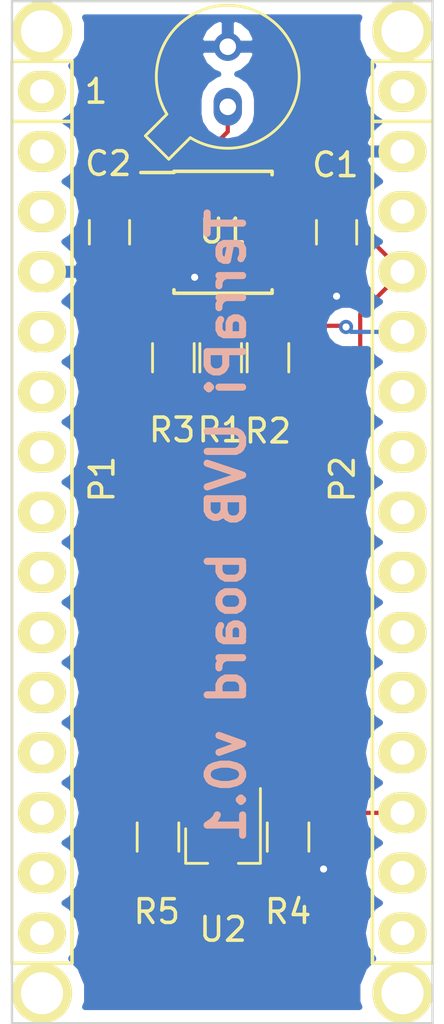
<source format=kicad_pcb>
(kicad_pcb (version 20171130) (host pcbnew 5.0.0-rc2-dev-unknown)

  (general
    (thickness 1.6)
    (drawings 6)
    (tracks 67)
    (zones 0)
    (modules 16)
    (nets 40)
  )

  (page A4)
  (title_block
    (date "jeu. 02 avril 2015")
  )

  (layers
    (0 F.Cu signal)
    (31 B.Cu signal)
    (32 B.Adhes user)
    (33 F.Adhes user)
    (34 B.Paste user)
    (35 F.Paste user)
    (36 B.SilkS user)
    (37 F.SilkS user)
    (38 B.Mask user)
    (39 F.Mask user)
    (40 Dwgs.User user)
    (41 Cmts.User user)
    (42 Eco1.User user)
    (43 Eco2.User user)
    (44 Edge.Cuts user)
    (45 Margin user)
    (46 B.CrtYd user)
    (47 F.CrtYd user)
    (48 B.Fab user)
    (49 F.Fab user)
  )

  (setup
    (last_trace_width 0.1778)
    (trace_clearance 0.127)
    (zone_clearance 0.508)
    (zone_45_only no)
    (trace_min 0.127)
    (segment_width 0.15)
    (edge_width 0.1)
    (via_size 0.6)
    (via_drill 0.3)
    (via_min_size 0.6)
    (via_min_drill 0.3)
    (uvia_size 0.6)
    (uvia_drill 0.3)
    (uvias_allowed no)
    (uvia_min_size 0.6)
    (uvia_min_drill 0.3)
    (pcb_text_width 0.3)
    (pcb_text_size 1.5 1.5)
    (mod_edge_width 0.15)
    (mod_text_size 1 1)
    (mod_text_width 0.15)
    (pad_size 1.5 1.5)
    (pad_drill 0.6)
    (pad_to_mask_clearance 0)
    (aux_axis_origin 138.176 110.617)
    (visible_elements FFFFFF7F)
    (pcbplotparams
      (layerselection 0x010f0_80000001)
      (usegerberextensions false)
      (usegerberattributes false)
      (usegerberadvancedattributes false)
      (creategerberjobfile false)
      (excludeedgelayer true)
      (linewidth 0.100000)
      (plotframeref false)
      (viasonmask false)
      (mode 1)
      (useauxorigin false)
      (hpglpennumber 1)
      (hpglpenspeed 20)
      (hpglpendiameter 15)
      (psnegative false)
      (psa4output false)
      (plotreference true)
      (plotvalue true)
      (plotinvisibletext false)
      (padsonsilk false)
      (subtractmaskfromsilk false)
      (outputformat 1)
      (mirror false)
      (drillshape 0)
      (scaleselection 1)
      (outputdirectory gerbers/))
  )

  (net 0 "")
  (net 1 "/1(Tx)")
  (net 2 "/0(Rx)")
  (net 3 GND)
  (net 4 /2)
  (net 5 "/3(**)")
  (net 6 /4)
  (net 7 "/5(**)")
  (net 8 "/6(**)")
  (net 9 /7)
  (net 10 /8)
  (net 11 "/9(**)")
  (net 12 "/10(**/SS)")
  (net 13 /Vin)
  (net 14 +5V)
  (net 15 /A7)
  (net 16 /A6)
  (net 17 /A5)
  (net 18 /A4)
  (net 19 /A3)
  (net 20 /A2)
  (net 21 /A1)
  (net 22 /A0)
  (net 23 /AREF)
  (net 24 "/13(SCK)")
  (net 25 "Net-(P3-Pad1)")
  (net 26 "Net-(P4-Pad1)")
  (net 27 "Net-(P5-Pad1)")
  (net 28 "Net-(P6-Pad1)")
  (net 29 +3V3)
  (net 30 "/11(**/MOSI)")
  (net 31 "/12(MISO)")
  (net 32 "Net-(C2-Pad1)")
  (net 33 "Net-(C2-Pad2)")
  (net 34 "Net-(U1-Pad1)")
  (net 35 "Net-(U1-Pad5)")
  (net 36 "Net-(U1-Pad8)")
  (net 37 "Net-(U2-Pad3)")
  (net 38 /Reset1)
  (net 39 /Reset2)

  (net_class Default "This is the default net class."
    (clearance 0.127)
    (trace_width 0.1778)
    (via_dia 0.6)
    (via_drill 0.3)
    (uvia_dia 0.6)
    (uvia_drill 0.3)
    (add_net +3V3)
    (add_net +5V)
    (add_net "/0(Rx)")
    (add_net "/1(Tx)")
    (add_net "/10(**/SS)")
    (add_net "/11(**/MOSI)")
    (add_net "/12(MISO)")
    (add_net "/13(SCK)")
    (add_net /2)
    (add_net "/3(**)")
    (add_net /4)
    (add_net "/5(**)")
    (add_net "/6(**)")
    (add_net /7)
    (add_net /8)
    (add_net "/9(**)")
    (add_net /A0)
    (add_net /A1)
    (add_net /A2)
    (add_net /A3)
    (add_net /A4)
    (add_net /A5)
    (add_net /A6)
    (add_net /A7)
    (add_net /AREF)
    (add_net /Reset1)
    (add_net /Reset2)
    (add_net /Vin)
    (add_net GND)
    (add_net "Net-(C2-Pad1)")
    (add_net "Net-(C2-Pad2)")
    (add_net "Net-(P3-Pad1)")
    (add_net "Net-(P4-Pad1)")
    (add_net "Net-(P5-Pad1)")
    (add_net "Net-(P6-Pad1)")
    (add_net "Net-(U1-Pad1)")
    (add_net "Net-(U1-Pad5)")
    (add_net "Net-(U1-Pad8)")
    (add_net "Net-(U2-Pad3)")
  )

  (module Socket_Arduino_Nano:Socket_Strip_Arduino_1x15 locked (layer F.Cu) (tedit 552169C6) (tstamp 551FC9D0)
    (at 139.446 71.247 270)
    (descr "Through hole socket strip")
    (tags "socket strip")
    (path /56D73FAC)
    (fp_text reference P1 (at 16.383 -2.54 270) (layer F.SilkS)
      (effects (font (size 1 1) (thickness 0.15)))
    )
    (fp_text value Digital (at 20.193 -2.54 270) (layer F.Fab)
      (effects (font (size 1 1) (thickness 0.15)))
    )
    (fp_line (start 1.27 -1.27) (end -1.27 -1.27) (layer F.SilkS) (width 0.15))
    (fp_line (start -1.27 -1.27) (end -1.27 1.27) (layer F.SilkS) (width 0.15))
    (fp_line (start -1.27 1.27) (end 1.27 1.27) (layer F.SilkS) (width 0.15))
    (fp_line (start -1.75 -1.75) (end -1.75 1.75) (layer F.CrtYd) (width 0.05))
    (fp_line (start 37.35 -1.75) (end 37.35 1.75) (layer F.CrtYd) (width 0.05))
    (fp_line (start -1.75 -1.75) (end 37.35 -1.75) (layer F.CrtYd) (width 0.05))
    (fp_line (start -1.75 1.75) (end 37.35 1.75) (layer F.CrtYd) (width 0.05))
    (fp_line (start 1.27 -1.27) (end 36.83 -1.27) (layer F.SilkS) (width 0.15))
    (fp_line (start 36.83 -1.27) (end 36.83 1.27) (layer F.SilkS) (width 0.15))
    (fp_line (start 36.83 1.27) (end 1.27 1.27) (layer F.SilkS) (width 0.15))
    (fp_line (start 1.27 1.27) (end 1.27 -1.27) (layer F.SilkS) (width 0.15))
    (pad 1 thru_hole oval (at 0 0 270) (size 1.7272 2.032) (drill 1.016) (layers *.Cu *.Mask F.SilkS)
      (net 1 "/1(Tx)"))
    (pad 2 thru_hole oval (at 2.54 0 270) (size 1.7272 2.032) (drill 1.016) (layers *.Cu *.Mask F.SilkS)
      (net 2 "/0(Rx)"))
    (pad 3 thru_hole oval (at 5.08 0 270) (size 1.7272 2.032) (drill 1.016) (layers *.Cu *.Mask F.SilkS)
      (net 38 /Reset1))
    (pad 4 thru_hole oval (at 7.62 0 270) (size 1.7272 2.032) (drill 1.016) (layers *.Cu *.Mask F.SilkS)
      (net 3 GND))
    (pad 5 thru_hole oval (at 10.16 0 270) (size 1.7272 2.032) (drill 1.016) (layers *.Cu *.Mask F.SilkS)
      (net 4 /2))
    (pad 6 thru_hole oval (at 12.7 0 270) (size 1.7272 2.032) (drill 1.016) (layers *.Cu *.Mask F.SilkS)
      (net 5 "/3(**)"))
    (pad 7 thru_hole oval (at 15.24 0 270) (size 1.7272 2.032) (drill 1.016) (layers *.Cu *.Mask F.SilkS)
      (net 6 /4))
    (pad 8 thru_hole oval (at 17.78 0 270) (size 1.7272 2.032) (drill 1.016) (layers *.Cu *.Mask F.SilkS)
      (net 7 "/5(**)"))
    (pad 9 thru_hole oval (at 20.32 0 270) (size 1.7272 2.032) (drill 1.016) (layers *.Cu *.Mask F.SilkS)
      (net 8 "/6(**)"))
    (pad 10 thru_hole oval (at 22.86 0 270) (size 1.7272 2.032) (drill 1.016) (layers *.Cu *.Mask F.SilkS)
      (net 9 /7))
    (pad 11 thru_hole oval (at 25.4 0 270) (size 1.7272 2.032) (drill 1.016) (layers *.Cu *.Mask F.SilkS)
      (net 10 /8))
    (pad 12 thru_hole oval (at 27.94 0 270) (size 1.7272 2.032) (drill 1.016) (layers *.Cu *.Mask F.SilkS)
      (net 11 "/9(**)"))
    (pad 13 thru_hole oval (at 30.48 0 270) (size 1.7272 2.032) (drill 1.016) (layers *.Cu *.Mask F.SilkS)
      (net 12 "/10(**/SS)"))
    (pad 14 thru_hole oval (at 33.02 0 270) (size 1.7272 2.032) (drill 1.016) (layers *.Cu *.Mask F.SilkS)
      (net 30 "/11(**/MOSI)"))
    (pad 15 thru_hole oval (at 35.56 0 270) (size 1.7272 2.032) (drill 1.016) (layers *.Cu *.Mask F.SilkS)
      (net 31 "/12(MISO)"))
    (model ${KIPRJMOD}/Socket_Arduino_Nano.3dshapes/Socket_header_Arduino_1x15.wrl
      (offset (xyz 17.77999973297119 0 0))
      (scale (xyz 1 1 1))
      (rotate (xyz 0 0 180))
    )
  )

  (module Socket_Arduino_Nano:Socket_Strip_Arduino_1x15 locked (layer F.Cu) (tedit 552169D3) (tstamp 551FC9EE)
    (at 154.686 71.247 270)
    (descr "Through hole socket strip")
    (tags "socket strip")
    (path /56D740C7)
    (fp_text reference P2 (at 16.383 2.54 270) (layer F.SilkS)
      (effects (font (size 1 1) (thickness 0.15)))
    )
    (fp_text value Analog (at 20.193 2.54 270) (layer F.Fab)
      (effects (font (size 1 1) (thickness 0.15)))
    )
    (fp_line (start 1.27 -1.27) (end -1.27 -1.27) (layer F.SilkS) (width 0.15))
    (fp_line (start -1.27 -1.27) (end -1.27 1.27) (layer F.SilkS) (width 0.15))
    (fp_line (start -1.27 1.27) (end 1.27 1.27) (layer F.SilkS) (width 0.15))
    (fp_line (start -1.75 -1.75) (end -1.75 1.75) (layer F.CrtYd) (width 0.05))
    (fp_line (start 37.35 -1.75) (end 37.35 1.75) (layer F.CrtYd) (width 0.05))
    (fp_line (start -1.75 -1.75) (end 37.35 -1.75) (layer F.CrtYd) (width 0.05))
    (fp_line (start -1.75 1.75) (end 37.35 1.75) (layer F.CrtYd) (width 0.05))
    (fp_line (start 1.27 -1.27) (end 36.83 -1.27) (layer F.SilkS) (width 0.15))
    (fp_line (start 36.83 -1.27) (end 36.83 1.27) (layer F.SilkS) (width 0.15))
    (fp_line (start 36.83 1.27) (end 1.27 1.27) (layer F.SilkS) (width 0.15))
    (fp_line (start 1.27 1.27) (end 1.27 -1.27) (layer F.SilkS) (width 0.15))
    (pad 1 thru_hole oval (at 0 0 270) (size 1.7272 2.032) (drill 1.016) (layers *.Cu *.Mask F.SilkS)
      (net 13 /Vin))
    (pad 2 thru_hole oval (at 2.54 0 270) (size 1.7272 2.032) (drill 1.016) (layers *.Cu *.Mask F.SilkS)
      (net 3 GND))
    (pad 3 thru_hole oval (at 5.08 0 270) (size 1.7272 2.032) (drill 1.016) (layers *.Cu *.Mask F.SilkS)
      (net 39 /Reset2))
    (pad 4 thru_hole oval (at 7.62 0 270) (size 1.7272 2.032) (drill 1.016) (layers *.Cu *.Mask F.SilkS)
      (net 14 +5V))
    (pad 5 thru_hole oval (at 10.16 0 270) (size 1.7272 2.032) (drill 1.016) (layers *.Cu *.Mask F.SilkS)
      (net 15 /A7))
    (pad 6 thru_hole oval (at 12.7 0 270) (size 1.7272 2.032) (drill 1.016) (layers *.Cu *.Mask F.SilkS)
      (net 16 /A6))
    (pad 7 thru_hole oval (at 15.24 0 270) (size 1.7272 2.032) (drill 1.016) (layers *.Cu *.Mask F.SilkS)
      (net 17 /A5))
    (pad 8 thru_hole oval (at 17.78 0 270) (size 1.7272 2.032) (drill 1.016) (layers *.Cu *.Mask F.SilkS)
      (net 18 /A4))
    (pad 9 thru_hole oval (at 20.32 0 270) (size 1.7272 2.032) (drill 1.016) (layers *.Cu *.Mask F.SilkS)
      (net 19 /A3))
    (pad 10 thru_hole oval (at 22.86 0 270) (size 1.7272 2.032) (drill 1.016) (layers *.Cu *.Mask F.SilkS)
      (net 20 /A2))
    (pad 11 thru_hole oval (at 25.4 0 270) (size 1.7272 2.032) (drill 1.016) (layers *.Cu *.Mask F.SilkS)
      (net 21 /A1))
    (pad 12 thru_hole oval (at 27.94 0 270) (size 1.7272 2.032) (drill 1.016) (layers *.Cu *.Mask F.SilkS)
      (net 22 /A0))
    (pad 13 thru_hole oval (at 30.48 0 270) (size 1.7272 2.032) (drill 1.016) (layers *.Cu *.Mask F.SilkS)
      (net 23 /AREF))
    (pad 14 thru_hole oval (at 33.02 0 270) (size 1.7272 2.032) (drill 1.016) (layers *.Cu *.Mask F.SilkS)
      (net 29 +3V3))
    (pad 15 thru_hole oval (at 35.56 0 270) (size 1.7272 2.032) (drill 1.016) (layers *.Cu *.Mask F.SilkS)
      (net 24 "/13(SCK)"))
    (model ${KIPRJMOD}/Socket_Arduino_Nano.3dshapes/Socket_header_Arduino_1x15.wrl
      (offset (xyz 17.77999973297119 0 0))
      (scale (xyz 1 1 1))
      (rotate (xyz 0 0 180))
    )
  )

  (module Socket_Arduino_Nano:1pin_Nano locked (layer F.Cu) (tedit 5521156E) (tstamp 55211553)
    (at 139.446 68.707)
    (descr "module 1 pin (ou trou mecanique de percage)")
    (tags DEV)
    (path /56D73ADD)
    (fp_text reference P3 (at 0 -2.032) (layer F.SilkS) hide
      (effects (font (size 1 1) (thickness 0.15)))
    )
    (fp_text value CONN_01X01 (at 0 2.032) (layer F.Fab) hide
      (effects (font (size 1 1) (thickness 0.15)))
    )
    (pad 1 thru_hole circle (at 0 0) (size 2.54 2.54) (drill 1.778) (layers *.Cu *.Mask F.SilkS)
      (net 25 "Net-(P3-Pad1)"))
  )

  (module Socket_Arduino_Nano:1pin_Nano locked (layer F.Cu) (tedit 55211594) (tstamp 55211558)
    (at 139.446 109.347)
    (descr "module 1 pin (ou trou mecanique de percage)")
    (tags DEV)
    (path /56D73D86)
    (fp_text reference P4 (at 0 -2.032) (layer F.SilkS) hide
      (effects (font (size 1 1) (thickness 0.15)))
    )
    (fp_text value CONN_01X01 (at 0 2.032) (layer F.Fab) hide
      (effects (font (size 1 1) (thickness 0.15)))
    )
    (pad 1 thru_hole circle (at 0 0) (size 2.54 2.54) (drill 1.778) (layers *.Cu *.Mask F.SilkS)
      (net 26 "Net-(P4-Pad1)"))
  )

  (module Socket_Arduino_Nano:1pin_Nano locked (layer F.Cu) (tedit 552115A5) (tstamp 5521155D)
    (at 154.686 109.347)
    (descr "module 1 pin (ou trou mecanique de percage)")
    (tags DEV)
    (path /56D73DAE)
    (fp_text reference P5 (at 0 -2.032) (layer F.SilkS) hide
      (effects (font (size 1 1) (thickness 0.15)))
    )
    (fp_text value CONN_01X01 (at 0 2.032) (layer F.Fab) hide
      (effects (font (size 1 1) (thickness 0.15)))
    )
    (pad 1 thru_hole circle (at 0 0) (size 2.54 2.54) (drill 1.778) (layers *.Cu *.Mask F.SilkS)
      (net 27 "Net-(P5-Pad1)"))
  )

  (module Socket_Arduino_Nano:1pin_Nano locked (layer F.Cu) (tedit 552115BD) (tstamp 55211562)
    (at 154.686 68.707)
    (descr "module 1 pin (ou trou mecanique de percage)")
    (tags DEV)
    (path /56D73DD9)
    (fp_text reference P6 (at 0 -2.032) (layer F.SilkS) hide
      (effects (font (size 1 1) (thickness 0.15)))
    )
    (fp_text value CONN_01X01 (at 0 2.032) (layer F.Fab) hide
      (effects (font (size 1 1) (thickness 0.15)))
    )
    (pad 1 thru_hole circle (at 0 0) (size 2.54 2.54) (drill 1.778) (layers *.Cu *.Mask F.SilkS)
      (net 28 "Net-(P6-Pad1)"))
  )

  (module Capacitors_SMD:C_0805_HandSoldering (layer F.Cu) (tedit 5AF9A13C) (tstamp 5AF94ED0)
    (at 151.9 77.2 90)
    (descr "Capacitor SMD 0805, hand soldering")
    (tags "capacitor 0805")
    (path /5AF92F2B)
    (attr smd)
    (fp_text reference C1 (at 2.85 -0.05 180) (layer F.SilkS)
      (effects (font (size 1 1) (thickness 0.15)))
    )
    (fp_text value 0.1uF (at 0 1.75 90) (layer F.Fab)
      (effects (font (size 1 1) (thickness 0.15)))
    )
    (fp_text user %R (at 0 -1.75 90) (layer F.Fab)
      (effects (font (size 1 1) (thickness 0.15)))
    )
    (fp_line (start -1 0.62) (end -1 -0.62) (layer F.Fab) (width 0.1))
    (fp_line (start 1 0.62) (end -1 0.62) (layer F.Fab) (width 0.1))
    (fp_line (start 1 -0.62) (end 1 0.62) (layer F.Fab) (width 0.1))
    (fp_line (start -1 -0.62) (end 1 -0.62) (layer F.Fab) (width 0.1))
    (fp_line (start 0.5 -0.85) (end -0.5 -0.85) (layer F.SilkS) (width 0.12))
    (fp_line (start -0.5 0.85) (end 0.5 0.85) (layer F.SilkS) (width 0.12))
    (fp_line (start -2.25 -0.88) (end 2.25 -0.88) (layer F.CrtYd) (width 0.05))
    (fp_line (start -2.25 -0.88) (end -2.25 0.87) (layer F.CrtYd) (width 0.05))
    (fp_line (start 2.25 0.87) (end 2.25 -0.88) (layer F.CrtYd) (width 0.05))
    (fp_line (start 2.25 0.87) (end -2.25 0.87) (layer F.CrtYd) (width 0.05))
    (pad 1 smd rect (at -1.25 0 90) (size 1.5 1.25) (layers F.Cu F.Paste F.Mask)
      (net 3 GND))
    (pad 2 smd rect (at 1.25 0 90) (size 1.5 1.25) (layers F.Cu F.Paste F.Mask)
      (net 14 +5V))
    (model Capacitors_SMD.3dshapes/C_0805.wrl
      (at (xyz 0 0 0))
      (scale (xyz 1 1 1))
      (rotate (xyz 0 0 0))
    )
  )

  (module Capacitors_SMD:C_0805_HandSoldering (layer F.Cu) (tedit 5AF9A129) (tstamp 5AF94ED6)
    (at 142.3 77.2 90)
    (descr "Capacitor SMD 0805, hand soldering")
    (tags "capacitor 0805")
    (path /5AF92F6E)
    (attr smd)
    (fp_text reference C2 (at 2.9 -0.05 180) (layer F.SilkS)
      (effects (font (size 1 1) (thickness 0.15)))
    )
    (fp_text value 10nF (at 0 1.75 90) (layer F.Fab)
      (effects (font (size 1 1) (thickness 0.15)))
    )
    (fp_text user %R (at 0 -1.75 90) (layer F.Fab)
      (effects (font (size 1 1) (thickness 0.15)))
    )
    (fp_line (start -1 0.62) (end -1 -0.62) (layer F.Fab) (width 0.1))
    (fp_line (start 1 0.62) (end -1 0.62) (layer F.Fab) (width 0.1))
    (fp_line (start 1 -0.62) (end 1 0.62) (layer F.Fab) (width 0.1))
    (fp_line (start -1 -0.62) (end 1 -0.62) (layer F.Fab) (width 0.1))
    (fp_line (start 0.5 -0.85) (end -0.5 -0.85) (layer F.SilkS) (width 0.12))
    (fp_line (start -0.5 0.85) (end 0.5 0.85) (layer F.SilkS) (width 0.12))
    (fp_line (start -2.25 -0.88) (end 2.25 -0.88) (layer F.CrtYd) (width 0.05))
    (fp_line (start -2.25 -0.88) (end -2.25 0.87) (layer F.CrtYd) (width 0.05))
    (fp_line (start 2.25 0.87) (end 2.25 -0.88) (layer F.CrtYd) (width 0.05))
    (fp_line (start 2.25 0.87) (end -2.25 0.87) (layer F.CrtYd) (width 0.05))
    (pad 1 smd rect (at -1.25 0 90) (size 1.5 1.25) (layers F.Cu F.Paste F.Mask)
      (net 32 "Net-(C2-Pad1)"))
    (pad 2 smd rect (at 1.25 0 90) (size 1.5 1.25) (layers F.Cu F.Paste F.Mask)
      (net 33 "Net-(C2-Pad2)"))
    (model Capacitors_SMD.3dshapes/C_0805.wrl
      (at (xyz 0 0 0))
      (scale (xyz 1 1 1))
      (rotate (xyz 0 0 0))
    )
  )

  (module TO_SOT_Packages_THT:TO-46-2_Window (layer F.Cu) (tedit 5AFBB04D) (tstamp 5AF94EDC)
    (at 147.3 71.9 90)
    (descr "TO-46-2_Window, Window")
    (tags "TO-46-2_Window Window")
    (path /5AF93C9A)
    (fp_text reference D1 (at 1.27 -4.02 90) (layer F.SilkS) hide
      (effects (font (size 1 1) (thickness 0.15)))
    )
    (fp_text value D_Photo (at 1.27 4.02 90) (layer F.Fab)
      (effects (font (size 1 1) (thickness 0.15)))
    )
    (fp_text user %R (at 1.27 -4.02 90) (layer F.Fab)
      (effects (font (size 1 1) (thickness 0.15)))
    )
    (fp_line (start -0.329057 -2.419301) (end -1.156372 -3.246616) (layer F.Fab) (width 0.1))
    (fp_line (start -1.156372 -3.246616) (end -1.976616 -2.426372) (layer F.Fab) (width 0.1))
    (fp_line (start -1.976616 -2.426372) (end -1.149301 -1.599057) (layer F.Fab) (width 0.1))
    (fp_line (start 1.553 -1.98) (end 3.25 -0.283) (layer F.Fab) (width 0.1))
    (fp_line (start 0.987 -1.98) (end 3.25 0.283) (layer F.Fab) (width 0.1))
    (fp_line (start 0.539 -1.862) (end 3.132 0.731) (layer F.Fab) (width 0.1))
    (fp_line (start 0.167 -1.669) (end 2.939 1.103) (layer F.Fab) (width 0.1))
    (fp_line (start -0.145 -1.415) (end 2.685 1.415) (layer F.Fab) (width 0.1))
    (fp_line (start -0.399 -1.103) (end 2.373 1.669) (layer F.Fab) (width 0.1))
    (fp_line (start -0.592 -0.731) (end 2.001 1.862) (layer F.Fab) (width 0.1))
    (fp_line (start -0.71 -0.283) (end 1.553 1.98) (layer F.Fab) (width 0.1))
    (fp_line (start -0.71 0.283) (end 0.987 1.98) (layer F.Fab) (width 0.1))
    (fp_line (start -0.312331 -2.572281) (end -1.224499 -3.484448) (layer F.SilkS) (width 0.12))
    (fp_line (start -1.224499 -3.484448) (end -2.214448 -2.494499) (layer F.SilkS) (width 0.12))
    (fp_line (start -2.214448 -2.494499) (end -1.302281 -1.582331) (layer F.SilkS) (width 0.12))
    (fp_line (start -2.23 -3.5) (end -2.23 3.15) (layer F.CrtYd) (width 0.05))
    (fp_line (start -2.23 3.15) (end 4.42 3.15) (layer F.CrtYd) (width 0.05))
    (fp_line (start 4.42 3.15) (end 4.42 -3.5) (layer F.CrtYd) (width 0.05))
    (fp_line (start 4.42 -3.5) (end -2.23 -3.5) (layer F.CrtYd) (width 0.05))
    (fp_circle (center 1.27 0) (end 3.67 0) (layer F.Fab) (width 0.1))
    (fp_circle (center 1.27 0) (end 3.27 0) (layer F.Fab) (width 0.1))
    (fp_arc (start 1.27 0) (end -0.329057 -2.419301) (angle 336.9) (layer F.Fab) (width 0.1))
    (fp_arc (start 1.27 0) (end -0.312331 -2.572281) (angle 333.2) (layer F.SilkS) (width 0.12))
    (pad 1 thru_hole oval (at 0 0 90) (size 1.6 1.2) (drill 0.7) (layers *.Cu *.Mask)
      (net 33 "Net-(C2-Pad2)"))
    (pad 2 thru_hole oval (at 2.54 0 90) (size 1.2 1.2) (drill 0.7) (layers *.Cu *.Mask)
      (net 3 GND))
    (model ${KISYS3DMOD}/TO_SOT_Packages_THT.3dshapes/TO-46-2_Window.wrl
      (at (xyz 0 0 0))
      (scale (xyz 0.393701 0.393701 0.393701))
      (rotate (xyz 0 0 0))
    )
  )

  (module Resistors_SMD:R_0805_HandSoldering (layer F.Cu) (tedit 5AF98805) (tstamp 5AF94EE2)
    (at 149 82.5 90)
    (descr "Resistor SMD 0805, hand soldering")
    (tags "resistor 0805")
    (path /5AF9306C)
    (attr smd)
    (fp_text reference R1 (at -3.05 -2 180) (layer F.SilkS)
      (effects (font (size 1 1) (thickness 0.15)))
    )
    (fp_text value 11K (at 0 1.75 90) (layer F.Fab)
      (effects (font (size 1 1) (thickness 0.15)))
    )
    (fp_text user %R (at 0 0 90) (layer F.Fab)
      (effects (font (size 0.5 0.5) (thickness 0.075)))
    )
    (fp_line (start -1 0.62) (end -1 -0.62) (layer F.Fab) (width 0.1))
    (fp_line (start 1 0.62) (end -1 0.62) (layer F.Fab) (width 0.1))
    (fp_line (start 1 -0.62) (end 1 0.62) (layer F.Fab) (width 0.1))
    (fp_line (start -1 -0.62) (end 1 -0.62) (layer F.Fab) (width 0.1))
    (fp_line (start 0.6 0.88) (end -0.6 0.88) (layer F.SilkS) (width 0.12))
    (fp_line (start -0.6 -0.88) (end 0.6 -0.88) (layer F.SilkS) (width 0.12))
    (fp_line (start -2.35 -0.9) (end 2.35 -0.9) (layer F.CrtYd) (width 0.05))
    (fp_line (start -2.35 -0.9) (end -2.35 0.9) (layer F.CrtYd) (width 0.05))
    (fp_line (start 2.35 0.9) (end 2.35 -0.9) (layer F.CrtYd) (width 0.05))
    (fp_line (start 2.35 0.9) (end -2.35 0.9) (layer F.CrtYd) (width 0.05))
    (pad 1 smd rect (at -1.35 0 90) (size 1.5 1.3) (layers F.Cu F.Paste F.Mask)
      (net 32 "Net-(C2-Pad1)"))
    (pad 2 smd rect (at 1.35 0 90) (size 1.5 1.3) (layers F.Cu F.Paste F.Mask)
      (net 15 /A7))
    (model ${KISYS3DMOD}/Resistors_SMD.3dshapes/R_0805.wrl
      (at (xyz 0 0 0))
      (scale (xyz 1 1 1))
      (rotate (xyz 0 0 0))
    )
  )

  (module Resistors_SMD:R_0805_HandSoldering (layer F.Cu) (tedit 5AF9880C) (tstamp 5AF94EE8)
    (at 147 82.5 270)
    (descr "Resistor SMD 0805, hand soldering")
    (tags "resistor 0805")
    (path /5AF92FB8)
    (attr smd)
    (fp_text reference R2 (at 3.1 -2) (layer F.SilkS)
      (effects (font (size 1 1) (thickness 0.15)))
    )
    (fp_text value 1K (at 0 1.75 270) (layer F.Fab)
      (effects (font (size 1 1) (thickness 0.15)))
    )
    (fp_text user %R (at 0 0 270) (layer F.Fab)
      (effects (font (size 0.5 0.5) (thickness 0.075)))
    )
    (fp_line (start -1 0.62) (end -1 -0.62) (layer F.Fab) (width 0.1))
    (fp_line (start 1 0.62) (end -1 0.62) (layer F.Fab) (width 0.1))
    (fp_line (start 1 -0.62) (end 1 0.62) (layer F.Fab) (width 0.1))
    (fp_line (start -1 -0.62) (end 1 -0.62) (layer F.Fab) (width 0.1))
    (fp_line (start 0.6 0.88) (end -0.6 0.88) (layer F.SilkS) (width 0.12))
    (fp_line (start -0.6 -0.88) (end 0.6 -0.88) (layer F.SilkS) (width 0.12))
    (fp_line (start -2.35 -0.9) (end 2.35 -0.9) (layer F.CrtYd) (width 0.05))
    (fp_line (start -2.35 -0.9) (end -2.35 0.9) (layer F.CrtYd) (width 0.05))
    (fp_line (start 2.35 0.9) (end 2.35 -0.9) (layer F.CrtYd) (width 0.05))
    (fp_line (start 2.35 0.9) (end -2.35 0.9) (layer F.CrtYd) (width 0.05))
    (pad 1 smd rect (at -1.35 0 270) (size 1.5 1.3) (layers F.Cu F.Paste F.Mask)
      (net 3 GND))
    (pad 2 smd rect (at 1.35 0 270) (size 1.5 1.3) (layers F.Cu F.Paste F.Mask)
      (net 32 "Net-(C2-Pad1)"))
    (model ${KISYS3DMOD}/Resistors_SMD.3dshapes/R_0805.wrl
      (at (xyz 0 0 0))
      (scale (xyz 1 1 1))
      (rotate (xyz 0 0 0))
    )
  )

  (module Resistors_SMD:R_0805_HandSoldering (layer F.Cu) (tedit 5AF987FE) (tstamp 5AF94EEE)
    (at 145 82.5 90)
    (descr "Resistor SMD 0805, hand soldering")
    (tags "resistor 0805")
    (path /5AF9301F)
    (attr smd)
    (fp_text reference R3 (at -3.05 -0.05) (layer F.SilkS)
      (effects (font (size 1 1) (thickness 0.15)))
    )
    (fp_text value 10M (at 0 1.75 90) (layer F.Fab)
      (effects (font (size 1 1) (thickness 0.15)))
    )
    (fp_text user %R (at 0 0 90) (layer F.Fab)
      (effects (font (size 0.5 0.5) (thickness 0.075)))
    )
    (fp_line (start -1 0.62) (end -1 -0.62) (layer F.Fab) (width 0.1))
    (fp_line (start 1 0.62) (end -1 0.62) (layer F.Fab) (width 0.1))
    (fp_line (start 1 -0.62) (end 1 0.62) (layer F.Fab) (width 0.1))
    (fp_line (start -1 -0.62) (end 1 -0.62) (layer F.Fab) (width 0.1))
    (fp_line (start 0.6 0.88) (end -0.6 0.88) (layer F.SilkS) (width 0.12))
    (fp_line (start -0.6 -0.88) (end 0.6 -0.88) (layer F.SilkS) (width 0.12))
    (fp_line (start -2.35 -0.9) (end 2.35 -0.9) (layer F.CrtYd) (width 0.05))
    (fp_line (start -2.35 -0.9) (end -2.35 0.9) (layer F.CrtYd) (width 0.05))
    (fp_line (start 2.35 0.9) (end 2.35 -0.9) (layer F.CrtYd) (width 0.05))
    (fp_line (start 2.35 0.9) (end -2.35 0.9) (layer F.CrtYd) (width 0.05))
    (pad 1 smd rect (at -1.35 0 90) (size 1.5 1.3) (layers F.Cu F.Paste F.Mask)
      (net 32 "Net-(C2-Pad1)"))
    (pad 2 smd rect (at 1.35 0 90) (size 1.5 1.3) (layers F.Cu F.Paste F.Mask)
      (net 33 "Net-(C2-Pad2)"))
    (model ${KISYS3DMOD}/Resistors_SMD.3dshapes/R_0805.wrl
      (at (xyz 0 0 0))
      (scale (xyz 1 1 1))
      (rotate (xyz 0 0 0))
    )
  )

  (module Resistors_SMD:R_0805_HandSoldering (layer F.Cu) (tedit 5AF9E34C) (tstamp 5AF94EF4)
    (at 149.85 102.75 270)
    (descr "Resistor SMD 0805, hand soldering")
    (tags "resistor 0805")
    (path /5AF95DD7)
    (attr smd)
    (fp_text reference R4 (at 3.15 0 180) (layer F.SilkS)
      (effects (font (size 1 1) (thickness 0.15)))
    )
    (fp_text value 10K (at 0 1.75 270) (layer F.Fab)
      (effects (font (size 1 1) (thickness 0.15)))
    )
    (fp_text user %R (at 0 0 270) (layer F.Fab)
      (effects (font (size 0.5 0.5) (thickness 0.075)))
    )
    (fp_line (start -1 0.62) (end -1 -0.62) (layer F.Fab) (width 0.1))
    (fp_line (start 1 0.62) (end -1 0.62) (layer F.Fab) (width 0.1))
    (fp_line (start 1 -0.62) (end 1 0.62) (layer F.Fab) (width 0.1))
    (fp_line (start -1 -0.62) (end 1 -0.62) (layer F.Fab) (width 0.1))
    (fp_line (start 0.6 0.88) (end -0.6 0.88) (layer F.SilkS) (width 0.12))
    (fp_line (start -0.6 -0.88) (end 0.6 -0.88) (layer F.SilkS) (width 0.12))
    (fp_line (start -2.35 -0.9) (end 2.35 -0.9) (layer F.CrtYd) (width 0.05))
    (fp_line (start -2.35 -0.9) (end -2.35 0.9) (layer F.CrtYd) (width 0.05))
    (fp_line (start 2.35 0.9) (end 2.35 -0.9) (layer F.CrtYd) (width 0.05))
    (fp_line (start 2.35 0.9) (end -2.35 0.9) (layer F.CrtYd) (width 0.05))
    (pad 1 smd rect (at -1.35 0 270) (size 1.5 1.3) (layers F.Cu F.Paste F.Mask)
      (net 23 /AREF))
    (pad 2 smd rect (at 1.35 0 270) (size 1.5 1.3) (layers F.Cu F.Paste F.Mask)
      (net 3 GND))
    (model ${KISYS3DMOD}/Resistors_SMD.3dshapes/R_0805.wrl
      (at (xyz 0 0 0))
      (scale (xyz 1 1 1))
      (rotate (xyz 0 0 0))
    )
  )

  (module Resistors_SMD:R_0805_HandSoldering (layer F.Cu) (tedit 5AF9E365) (tstamp 5AF94EFA)
    (at 144.35 102.75 90)
    (descr "Resistor SMD 0805, hand soldering")
    (tags "resistor 0805")
    (path /5AF95C2E)
    (attr smd)
    (fp_text reference R5 (at -3.15 -0.05) (layer F.SilkS)
      (effects (font (size 1 1) (thickness 0.15)))
    )
    (fp_text value 750 (at 0 1.75 90) (layer F.Fab)
      (effects (font (size 1 1) (thickness 0.15)))
    )
    (fp_text user %R (at 0 0 90) (layer F.Fab)
      (effects (font (size 0.5 0.5) (thickness 0.075)))
    )
    (fp_line (start -1 0.62) (end -1 -0.62) (layer F.Fab) (width 0.1))
    (fp_line (start 1 0.62) (end -1 0.62) (layer F.Fab) (width 0.1))
    (fp_line (start 1 -0.62) (end 1 0.62) (layer F.Fab) (width 0.1))
    (fp_line (start -1 -0.62) (end 1 -0.62) (layer F.Fab) (width 0.1))
    (fp_line (start 0.6 0.88) (end -0.6 0.88) (layer F.SilkS) (width 0.12))
    (fp_line (start -0.6 -0.88) (end 0.6 -0.88) (layer F.SilkS) (width 0.12))
    (fp_line (start -2.35 -0.9) (end 2.35 -0.9) (layer F.CrtYd) (width 0.05))
    (fp_line (start -2.35 -0.9) (end -2.35 0.9) (layer F.CrtYd) (width 0.05))
    (fp_line (start 2.35 0.9) (end 2.35 -0.9) (layer F.CrtYd) (width 0.05))
    (fp_line (start 2.35 0.9) (end -2.35 0.9) (layer F.CrtYd) (width 0.05))
    (pad 1 smd rect (at -1.35 0 90) (size 1.5 1.3) (layers F.Cu F.Paste F.Mask)
      (net 14 +5V))
    (pad 2 smd rect (at 1.35 0 90) (size 1.5 1.3) (layers F.Cu F.Paste F.Mask)
      (net 23 /AREF))
    (model ${KISYS3DMOD}/Resistors_SMD.3dshapes/R_0805.wrl
      (at (xyz 0 0 0))
      (scale (xyz 1 1 1))
      (rotate (xyz 0 0 0))
    )
  )

  (module Housings_SOIC:SOIC-8_3.9x4.9mm_Pitch1.27mm (layer F.Cu) (tedit 5AF9A14B) (tstamp 5AF94F06)
    (at 147.1 77.2)
    (descr "8-Lead Plastic Small Outline (SN) - Narrow, 3.90 mm Body [SOIC] (see Microchip Packaging Specification 00000049BS.pdf)")
    (tags "SOIC 1.27")
    (path /5AF92DCC)
    (attr smd)
    (fp_text reference U1 (at 0 -0.05) (layer F.SilkS)
      (effects (font (size 1 1) (thickness 0.15)))
    )
    (fp_text value LMC6081IM (at 0 3.5) (layer F.Fab)
      (effects (font (size 1 1) (thickness 0.15)))
    )
    (fp_text user %R (at 0 0) (layer F.Fab)
      (effects (font (size 1 1) (thickness 0.15)))
    )
    (fp_line (start -0.95 -2.45) (end 1.95 -2.45) (layer F.Fab) (width 0.1))
    (fp_line (start 1.95 -2.45) (end 1.95 2.45) (layer F.Fab) (width 0.1))
    (fp_line (start 1.95 2.45) (end -1.95 2.45) (layer F.Fab) (width 0.1))
    (fp_line (start -1.95 2.45) (end -1.95 -1.45) (layer F.Fab) (width 0.1))
    (fp_line (start -1.95 -1.45) (end -0.95 -2.45) (layer F.Fab) (width 0.1))
    (fp_line (start -3.73 -2.7) (end -3.73 2.7) (layer F.CrtYd) (width 0.05))
    (fp_line (start 3.73 -2.7) (end 3.73 2.7) (layer F.CrtYd) (width 0.05))
    (fp_line (start -3.73 -2.7) (end 3.73 -2.7) (layer F.CrtYd) (width 0.05))
    (fp_line (start -3.73 2.7) (end 3.73 2.7) (layer F.CrtYd) (width 0.05))
    (fp_line (start -2.075 -2.575) (end -2.075 -2.525) (layer F.SilkS) (width 0.15))
    (fp_line (start 2.075 -2.575) (end 2.075 -2.43) (layer F.SilkS) (width 0.15))
    (fp_line (start 2.075 2.575) (end 2.075 2.43) (layer F.SilkS) (width 0.15))
    (fp_line (start -2.075 2.575) (end -2.075 2.43) (layer F.SilkS) (width 0.15))
    (fp_line (start -2.075 -2.575) (end 2.075 -2.575) (layer F.SilkS) (width 0.15))
    (fp_line (start -2.075 2.575) (end 2.075 2.575) (layer F.SilkS) (width 0.15))
    (fp_line (start -2.075 -2.525) (end -3.475 -2.525) (layer F.SilkS) (width 0.15))
    (pad 1 smd rect (at -2.7 -1.905) (size 1.55 0.6) (layers F.Cu F.Paste F.Mask)
      (net 34 "Net-(U1-Pad1)"))
    (pad 2 smd rect (at -2.7 -0.635) (size 1.55 0.6) (layers F.Cu F.Paste F.Mask)
      (net 33 "Net-(C2-Pad2)"))
    (pad 3 smd rect (at -2.7 0.635) (size 1.55 0.6) (layers F.Cu F.Paste F.Mask)
      (net 3 GND))
    (pad 4 smd rect (at -2.7 1.905) (size 1.55 0.6) (layers F.Cu F.Paste F.Mask)
      (net 3 GND))
    (pad 5 smd rect (at 2.7 1.905) (size 1.55 0.6) (layers F.Cu F.Paste F.Mask)
      (net 35 "Net-(U1-Pad5)"))
    (pad 6 smd rect (at 2.7 0.635) (size 1.55 0.6) (layers F.Cu F.Paste F.Mask)
      (net 15 /A7))
    (pad 7 smd rect (at 2.7 -0.635) (size 1.55 0.6) (layers F.Cu F.Paste F.Mask)
      (net 14 +5V))
    (pad 8 smd rect (at 2.7 -1.905) (size 1.55 0.6) (layers F.Cu F.Paste F.Mask)
      (net 36 "Net-(U1-Pad8)"))
    (model ${KISYS3DMOD}/Housings_SOIC.3dshapes/SOIC-8_3.9x4.9mm_Pitch1.27mm.wrl
      (at (xyz 0 0 0))
      (scale (xyz 1 1 1))
      (rotate (xyz 0 0 0))
    )
  )

  (module TO_SOT_Packages_SMD:SOT-23_Handsoldering (layer F.Cu) (tedit 5AF9E35A) (tstamp 5AF94F0D)
    (at 147.1 103.1 270)
    (descr "SOT-23, Handsoldering")
    (tags SOT-23)
    (path /5AF95B3E)
    (attr smd)
    (fp_text reference U2 (at 3.55 0) (layer F.SilkS)
      (effects (font (size 1 1) (thickness 0.15)))
    )
    (fp_text value LM4040 (at 0 2.5 270) (layer F.Fab)
      (effects (font (size 1 1) (thickness 0.15)))
    )
    (fp_text user %R (at 0 0) (layer F.Fab)
      (effects (font (size 0.5 0.5) (thickness 0.075)))
    )
    (fp_line (start 0.76 1.58) (end 0.76 0.65) (layer F.SilkS) (width 0.12))
    (fp_line (start 0.76 -1.58) (end 0.76 -0.65) (layer F.SilkS) (width 0.12))
    (fp_line (start -2.7 -1.75) (end 2.7 -1.75) (layer F.CrtYd) (width 0.05))
    (fp_line (start 2.7 -1.75) (end 2.7 1.75) (layer F.CrtYd) (width 0.05))
    (fp_line (start 2.7 1.75) (end -2.7 1.75) (layer F.CrtYd) (width 0.05))
    (fp_line (start -2.7 1.75) (end -2.7 -1.75) (layer F.CrtYd) (width 0.05))
    (fp_line (start 0.76 -1.58) (end -2.4 -1.58) (layer F.SilkS) (width 0.12))
    (fp_line (start -0.7 -0.95) (end -0.7 1.5) (layer F.Fab) (width 0.1))
    (fp_line (start -0.15 -1.52) (end 0.7 -1.52) (layer F.Fab) (width 0.1))
    (fp_line (start -0.7 -0.95) (end -0.15 -1.52) (layer F.Fab) (width 0.1))
    (fp_line (start 0.7 -1.52) (end 0.7 1.52) (layer F.Fab) (width 0.1))
    (fp_line (start -0.7 1.52) (end 0.7 1.52) (layer F.Fab) (width 0.1))
    (fp_line (start 0.76 1.58) (end -0.7 1.58) (layer F.SilkS) (width 0.12))
    (pad 1 smd rect (at -1.5 -0.95 270) (size 1.9 0.8) (layers F.Cu F.Paste F.Mask)
      (net 23 /AREF))
    (pad 2 smd rect (at -1.5 0.95 270) (size 1.9 0.8) (layers F.Cu F.Paste F.Mask)
      (net 3 GND))
    (pad 3 smd rect (at 1.5 0 270) (size 1.9 0.8) (layers F.Cu F.Paste F.Mask)
      (net 37 "Net-(U2-Pad3)"))
    (model ${KISYS3DMOD}/TO_SOT_Packages_SMD.3dshapes\SOT-23.wrl
      (at (xyz 0 0 0))
      (scale (xyz 1 1 1))
      (rotate (xyz 0 0 0))
    )
  )

  (gr_text "TerraPi UVB board v0.1" (at 147.25 89.6 90) (layer B.SilkS)
    (effects (font (size 1.5 1.5) (thickness 0.3)) (justify mirror))
  )
  (gr_text 1 (at 141.732 71.247) (layer F.SilkS)
    (effects (font (size 1 1) (thickness 0.15)))
  )
  (gr_line (start 138.176 67.437) (end 138.176 110.617) (angle 90) (layer Edge.Cuts) (width 0.1))
  (gr_line (start 155.956 67.437) (end 138.176 67.437) (angle 90) (layer Edge.Cuts) (width 0.1))
  (gr_line (start 155.956 110.617) (end 155.956 67.437) (angle 90) (layer Edge.Cuts) (width 0.1))
  (gr_line (start 138.176 110.617) (end 155.956 110.617) (angle 90) (layer Edge.Cuts) (width 0.1))

  (segment (start 149.85 104.1) (end 151.35 104.1) (width 0.1778) (layer F.Cu) (net 3))
  (via (at 151.35 104.1) (size 0.6) (drill 0.3) (layers F.Cu B.Cu) (net 3))
  (segment (start 146.15 101.6) (end 146.15 101.9) (width 0.1778) (layer F.Cu) (net 3))
  (segment (start 146.15 101.9) (end 148.35 104.1) (width 0.1778) (layer F.Cu) (net 3) (tstamp 5AF9E25C))
  (segment (start 148.35 104.1) (end 149.85 104.1) (width 0.1778) (layer F.Cu) (net 3) (tstamp 5AF9E266))
  (segment (start 145.9 79.1) (end 145.9 80.05) (width 0.1778) (layer F.Cu) (net 3))
  (segment (start 145.895 79.105) (end 145.9 79.1) (width 0.1778) (layer F.Cu) (net 3) (tstamp 5AF984D6))
  (via (at 145.9 79.1) (size 0.6) (drill 0.3) (layers F.Cu B.Cu) (net 3))
  (segment (start 144.4 79.105) (end 145.895 79.105) (width 0.1778) (layer F.Cu) (net 3))
  (segment (start 145.9 80.05) (end 147 81.15) (width 0.1778) (layer F.Cu) (net 3) (tstamp 5AF984E1))
  (segment (start 147 81.15) (end 147 80.5) (width 0.1778) (layer F.Cu) (net 3))
  (segment (start 151.9 78.45) (end 151.9 79.9) (width 0.1778) (layer F.Cu) (net 3))
  (via (at 151.9 79.9) (size 0.6) (drill 0.3) (layers F.Cu B.Cu) (net 3))
  (segment (start 144.4 79.105) (end 143.895 79.105) (width 0.1778) (layer F.Cu) (net 3))
  (segment (start 144.4 77.835) (end 144.4 79.105) (width 0.1778) (layer F.Cu) (net 3))
  (segment (start 144.35 104.1) (end 143.55 104.1) (width 0.1778) (layer F.Cu) (net 14))
  (segment (start 152.9 80.653) (end 154.686 78.867) (width 0.1778) (layer F.Cu) (net 14) (tstamp 5AF9E2F4))
  (segment (start 152.9 98) (end 152.9 80.653) (width 0.1778) (layer F.Cu) (net 14) (tstamp 5AF9E2E5))
  (segment (start 151.6 99.3) (end 152.9 98) (width 0.1778) (layer F.Cu) (net 14) (tstamp 5AF9E2E3))
  (segment (start 144 99.3) (end 151.6 99.3) (width 0.1778) (layer F.Cu) (net 14) (tstamp 5AF9E2E0))
  (segment (start 143.05 100.25) (end 144 99.3) (width 0.1778) (layer F.Cu) (net 14) (tstamp 5AF9E2DC))
  (segment (start 143.05 103.6) (end 143.05 100.25) (width 0.1778) (layer F.Cu) (net 14) (tstamp 5AF9E2D7))
  (segment (start 143.55 104.1) (end 143.05 103.6) (width 0.1778) (layer F.Cu) (net 14) (tstamp 5AF9E2D5))
  (segment (start 153.833 78.867) (end 154.686 78.867) (width 0.1778) (layer F.Cu) (net 14) (tstamp 5AF9E039))
  (segment (start 154.686 78.867) (end 154.686 79.014) (width 0.1778) (layer F.Cu) (net 14))
  (segment (start 154.686 78.867) (end 154.533 78.867) (width 0.1778) (layer F.Cu) (net 14))
  (segment (start 154.686 78.867) (end 153.933 78.867) (width 0.1778) (layer F.Cu) (net 14))
  (segment (start 151.9 75.95) (end 150.415 75.95) (width 0.1778) (layer F.Cu) (net 14))
  (segment (start 150.415 75.95) (end 149.8 76.565) (width 0.1778) (layer F.Cu) (net 14) (tstamp 5AF97F61))
  (segment (start 151.9 75.95) (end 151.9 76.081) (width 0.1778) (layer F.Cu) (net 14))
  (segment (start 151.9 76.081) (end 154.686 78.867) (width 0.1778) (layer F.Cu) (net 14) (tstamp 5AF97F5C))
  (segment (start 150.05 81.15) (end 152.25 81.15) (width 0.1778) (layer F.Cu) (net 15))
  (segment (start 152.507 81.407) (end 154.686 81.407) (width 0.1778) (layer B.Cu) (net 15) (tstamp 5AF9843E))
  (segment (start 152.3 81.2) (end 152.507 81.407) (width 0.1778) (layer B.Cu) (net 15) (tstamp 5AF9843D))
  (via (at 152.3 81.2) (size 0.6) (drill 0.3) (layers F.Cu B.Cu) (net 15))
  (segment (start 152.25 81.15) (end 152.3 81.2) (width 0.1778) (layer F.Cu) (net 15) (tstamp 5AF9843A))
  (segment (start 149.8 77.835) (end 150.135 77.835) (width 0.1778) (layer F.Cu) (net 15))
  (segment (start 150.135 77.835) (end 150.85 78.55) (width 0.1778) (layer F.Cu) (net 15) (tstamp 5AF98358))
  (segment (start 150.1 81.15) (end 150.05 81.15) (width 0.1778) (layer F.Cu) (net 15) (tstamp 5AF98368))
  (segment (start 150.05 81.15) (end 149 81.15) (width 0.1778) (layer F.Cu) (net 15) (tstamp 5AF98438))
  (segment (start 150.85 80.4) (end 150.1 81.15) (width 0.1778) (layer F.Cu) (net 15) (tstamp 5AF98364))
  (segment (start 150.85 78.55) (end 150.85 80.4) (width 0.1778) (layer F.Cu) (net 15) (tstamp 5AF9835E))
  (segment (start 148.05 101.6) (end 148.05 100.65) (width 0.1778) (layer F.Cu) (net 23))
  (segment (start 148.05 100.65) (end 147.45 100.05) (width 0.1778) (layer F.Cu) (net 23) (tstamp 5AF9E24C))
  (segment (start 144.35 100.45) (end 144.35 101.4) (width 0.1778) (layer F.Cu) (net 23) (tstamp 5AF9E255))
  (segment (start 144.75 100.05) (end 144.35 100.45) (width 0.1778) (layer F.Cu) (net 23) (tstamp 5AF9E252))
  (segment (start 147.45 100.05) (end 144.75 100.05) (width 0.1778) (layer F.Cu) (net 23) (tstamp 5AF9E250))
  (segment (start 149.85 101.4) (end 148.25 101.4) (width 0.1778) (layer F.Cu) (net 23))
  (segment (start 148.25 101.4) (end 148.05 101.6) (width 0.1778) (layer F.Cu) (net 23) (tstamp 5AF9E243))
  (segment (start 154.686 101.727) (end 150.177 101.727) (width 0.1778) (layer F.Cu) (net 23))
  (segment (start 150.177 101.727) (end 149.85 101.4) (width 0.1778) (layer F.Cu) (net 23) (tstamp 5AF9E23E))
  (segment (start 154.559 101.6) (end 154.686 101.727) (width 0.1778) (layer F.Cu) (net 23) (tstamp 5AF97F73))
  (segment (start 147 83.85) (end 149 83.85) (width 0.1778) (layer F.Cu) (net 32))
  (segment (start 145 83.85) (end 147 83.85) (width 0.1778) (layer F.Cu) (net 32))
  (segment (start 142.3 78.45) (end 142.3 81.15) (width 0.1778) (layer F.Cu) (net 32))
  (segment (start 142.3 81.15) (end 145 83.85) (width 0.1778) (layer F.Cu) (net 32) (tstamp 5AF97F3D))
  (segment (start 147.3 71.9) (end 147.3 72.95) (width 0.1778) (layer F.Cu) (net 33))
  (segment (start 145.285 76.565) (end 144.4 76.565) (width 0.1778) (layer F.Cu) (net 33) (tstamp 5AF985C7))
  (segment (start 145.55 76.3) (end 145.285 76.565) (width 0.1778) (layer F.Cu) (net 33) (tstamp 5AF985C4))
  (segment (start 145.55 74.7) (end 145.55 76.3) (width 0.1778) (layer F.Cu) (net 33) (tstamp 5AF985C1))
  (segment (start 147.3 72.95) (end 145.55 74.7) (width 0.1778) (layer F.Cu) (net 33) (tstamp 5AF985AE))
  (segment (start 143.35 76.55) (end 143.35 79.5) (width 0.1778) (layer F.Cu) (net 33))
  (segment (start 143.35 79.5) (end 145 81.15) (width 0.1778) (layer F.Cu) (net 33) (tstamp 5AF984B7))
  (segment (start 142.3 75.95) (end 142.75 75.95) (width 0.1778) (layer F.Cu) (net 33))
  (segment (start 142.75 75.95) (end 143.35 76.55) (width 0.1778) (layer F.Cu) (net 33) (tstamp 5AF97F1E))
  (segment (start 143.35 76.55) (end 143.365 76.565) (width 0.1778) (layer F.Cu) (net 33) (tstamp 5AF984B5))
  (segment (start 143.365 76.565) (end 144.4 76.565) (width 0.1778) (layer F.Cu) (net 33) (tstamp 5AF97F22))

  (zone (net 3) (net_name GND) (layer B.Cu) (tstamp 5AF9278C) (hatch edge 0.508)
    (connect_pads (clearance 0.508))
    (min_thickness 0.254)
    (fill yes (arc_segments 16) (thermal_gap 0.508) (thermal_bridge_width 0.508))
    (polygon
      (pts
        (xy 138.17 67.45) (xy 155.94 67.45) (xy 155.94 110.62) (xy 138.17 110.62)
      )
    )
    (filled_polygon
      (pts
        (xy 152.781 68.328072) (xy 152.781 69.085928) (xy 153.071019 69.786096) (xy 153.452498 70.167575) (xy 153.12195 70.662275)
        (xy 153.005641 71.247) (xy 153.12195 71.831725) (xy 153.45317 72.32743) (xy 153.742732 72.52091) (xy 153.335268 72.884964)
        (xy 153.081291 73.412209) (xy 153.078642 73.427974) (xy 153.199783 73.66) (xy 154.559 73.66) (xy 154.559 73.64)
        (xy 154.813 73.64) (xy 154.813 73.66) (xy 154.833 73.66) (xy 154.833 73.914) (xy 154.813 73.914)
        (xy 154.813 73.934) (xy 154.559 73.934) (xy 154.559 73.914) (xy 153.199783 73.914) (xy 153.078642 74.146026)
        (xy 153.081291 74.161791) (xy 153.335268 74.689036) (xy 153.742732 75.05309) (xy 153.45317 75.24657) (xy 153.12195 75.742275)
        (xy 153.005641 76.327) (xy 153.12195 76.911725) (xy 153.45317 77.40743) (xy 153.736881 77.597) (xy 153.45317 77.78657)
        (xy 153.12195 78.282275) (xy 153.005641 78.867) (xy 153.12195 79.451725) (xy 153.45317 79.94743) (xy 153.736881 80.137)
        (xy 153.45317 80.32657) (xy 153.214944 80.6831) (xy 153.09793 80.6831) (xy 153.092655 80.670365) (xy 152.829635 80.407345)
        (xy 152.485983 80.265) (xy 152.114017 80.265) (xy 151.770365 80.407345) (xy 151.507345 80.670365) (xy 151.365 81.014017)
        (xy 151.365 81.385983) (xy 151.507345 81.729635) (xy 151.770365 81.992655) (xy 152.114017 82.135) (xy 152.456314 82.135)
        (xy 152.506999 82.145082) (xy 152.578296 82.1309) (xy 153.214944 82.1309) (xy 153.45317 82.48743) (xy 153.736881 82.677)
        (xy 153.45317 82.86657) (xy 153.12195 83.362275) (xy 153.005641 83.947) (xy 153.12195 84.531725) (xy 153.45317 85.02743)
        (xy 153.736881 85.217) (xy 153.45317 85.40657) (xy 153.12195 85.902275) (xy 153.005641 86.487) (xy 153.12195 87.071725)
        (xy 153.45317 87.56743) (xy 153.736881 87.757) (xy 153.45317 87.94657) (xy 153.12195 88.442275) (xy 153.005641 89.027)
        (xy 153.12195 89.611725) (xy 153.45317 90.10743) (xy 153.736881 90.297) (xy 153.45317 90.48657) (xy 153.12195 90.982275)
        (xy 153.005641 91.567) (xy 153.12195 92.151725) (xy 153.45317 92.64743) (xy 153.736881 92.837) (xy 153.45317 93.02657)
        (xy 153.12195 93.522275) (xy 153.005641 94.107) (xy 153.12195 94.691725) (xy 153.45317 95.18743) (xy 153.736881 95.377)
        (xy 153.45317 95.56657) (xy 153.12195 96.062275) (xy 153.005641 96.647) (xy 153.12195 97.231725) (xy 153.45317 97.72743)
        (xy 153.736881 97.917) (xy 153.45317 98.10657) (xy 153.12195 98.602275) (xy 153.005641 99.187) (xy 153.12195 99.771725)
        (xy 153.45317 100.26743) (xy 153.736881 100.457) (xy 153.45317 100.64657) (xy 153.12195 101.142275) (xy 153.005641 101.727)
        (xy 153.12195 102.311725) (xy 153.45317 102.80743) (xy 153.736881 102.997) (xy 153.45317 103.18657) (xy 153.12195 103.682275)
        (xy 153.005641 104.267) (xy 153.12195 104.851725) (xy 153.45317 105.34743) (xy 153.736881 105.537) (xy 153.45317 105.72657)
        (xy 153.12195 106.222275) (xy 153.005641 106.807) (xy 153.12195 107.391725) (xy 153.452498 107.886425) (xy 153.071019 108.267904)
        (xy 152.781 108.968072) (xy 152.781 109.725928) (xy 152.866358 109.932) (xy 141.265642 109.932) (xy 141.351 109.725928)
        (xy 141.351 108.968072) (xy 141.060981 108.267904) (xy 140.679502 107.886425) (xy 141.01005 107.391725) (xy 141.126359 106.807)
        (xy 141.01005 106.222275) (xy 140.67883 105.72657) (xy 140.395119 105.537) (xy 140.67883 105.34743) (xy 141.01005 104.851725)
        (xy 141.126359 104.267) (xy 141.01005 103.682275) (xy 140.67883 103.18657) (xy 140.395119 102.997) (xy 140.67883 102.80743)
        (xy 141.01005 102.311725) (xy 141.126359 101.727) (xy 141.01005 101.142275) (xy 140.67883 100.64657) (xy 140.395119 100.457)
        (xy 140.67883 100.26743) (xy 141.01005 99.771725) (xy 141.126359 99.187) (xy 141.01005 98.602275) (xy 140.67883 98.10657)
        (xy 140.395119 97.917) (xy 140.67883 97.72743) (xy 141.01005 97.231725) (xy 141.126359 96.647) (xy 141.01005 96.062275)
        (xy 140.67883 95.56657) (xy 140.395119 95.377) (xy 140.67883 95.18743) (xy 141.01005 94.691725) (xy 141.126359 94.107)
        (xy 141.01005 93.522275) (xy 140.67883 93.02657) (xy 140.395119 92.837) (xy 140.67883 92.64743) (xy 141.01005 92.151725)
        (xy 141.126359 91.567) (xy 141.01005 90.982275) (xy 140.67883 90.48657) (xy 140.395119 90.297) (xy 140.67883 90.10743)
        (xy 141.01005 89.611725) (xy 141.126359 89.027) (xy 141.01005 88.442275) (xy 140.67883 87.94657) (xy 140.395119 87.757)
        (xy 140.67883 87.56743) (xy 141.01005 87.071725) (xy 141.126359 86.487) (xy 141.01005 85.902275) (xy 140.67883 85.40657)
        (xy 140.395119 85.217) (xy 140.67883 85.02743) (xy 141.01005 84.531725) (xy 141.126359 83.947) (xy 141.01005 83.362275)
        (xy 140.67883 82.86657) (xy 140.395119 82.677) (xy 140.67883 82.48743) (xy 141.01005 81.991725) (xy 141.126359 81.407)
        (xy 141.01005 80.822275) (xy 140.67883 80.32657) (xy 140.389268 80.13309) (xy 140.796732 79.769036) (xy 141.050709 79.241791)
        (xy 141.053358 79.226026) (xy 140.932217 78.994) (xy 139.573 78.994) (xy 139.573 79.014) (xy 139.319 79.014)
        (xy 139.319 78.994) (xy 139.299 78.994) (xy 139.299 78.74) (xy 139.319 78.74) (xy 139.319 78.72)
        (xy 139.573 78.72) (xy 139.573 78.74) (xy 140.932217 78.74) (xy 141.053358 78.507974) (xy 141.050709 78.492209)
        (xy 140.796732 77.964964) (xy 140.389268 77.60091) (xy 140.67883 77.40743) (xy 141.01005 76.911725) (xy 141.126359 76.327)
        (xy 141.01005 75.742275) (xy 140.67883 75.24657) (xy 140.395119 75.057) (xy 140.67883 74.86743) (xy 141.01005 74.371725)
        (xy 141.126359 73.787) (xy 141.01005 73.202275) (xy 140.67883 72.70657) (xy 140.395119 72.517) (xy 140.67883 72.32743)
        (xy 141.01005 71.831725) (xy 141.060446 71.578365) (xy 146.065 71.578365) (xy 146.065 72.221636) (xy 146.136656 72.581873)
        (xy 146.409616 72.990385) (xy 146.818128 73.263344) (xy 147.3 73.359195) (xy 147.781873 73.263344) (xy 148.190385 72.990385)
        (xy 148.463344 72.581872) (xy 148.535 72.221635) (xy 148.535 71.578364) (xy 148.463344 71.218127) (xy 148.190385 70.809615)
        (xy 147.781872 70.536656) (xy 147.698315 70.520035) (xy 147.919327 70.428497) (xy 148.28108 70.110156) (xy 148.493472 69.677611)
        (xy 148.369714 69.487) (xy 147.427 69.487) (xy 147.427 69.507) (xy 147.173 69.507) (xy 147.173 69.487)
        (xy 146.230286 69.487) (xy 146.106528 69.677611) (xy 146.31892 70.110156) (xy 146.680673 70.428497) (xy 146.901685 70.520035)
        (xy 146.818127 70.536656) (xy 146.409615 70.809615) (xy 146.136656 71.218128) (xy 146.065 71.578365) (xy 141.060446 71.578365)
        (xy 141.126359 71.247) (xy 141.01005 70.662275) (xy 140.679502 70.167575) (xy 141.060981 69.786096) (xy 141.351 69.085928)
        (xy 141.351 69.042389) (xy 146.106528 69.042389) (xy 146.230286 69.233) (xy 147.173 69.233) (xy 147.173 68.291269)
        (xy 147.427 68.291269) (xy 147.427 69.233) (xy 148.369714 69.233) (xy 148.493472 69.042389) (xy 148.28108 68.609844)
        (xy 147.919327 68.291503) (xy 147.617609 68.166538) (xy 147.427 68.291269) (xy 147.173 68.291269) (xy 146.982391 68.166538)
        (xy 146.680673 68.291503) (xy 146.31892 68.609844) (xy 146.106528 69.042389) (xy 141.351 69.042389) (xy 141.351 68.328072)
        (xy 141.265642 68.122) (xy 152.866358 68.122)
      )
    )
  )
)

</source>
